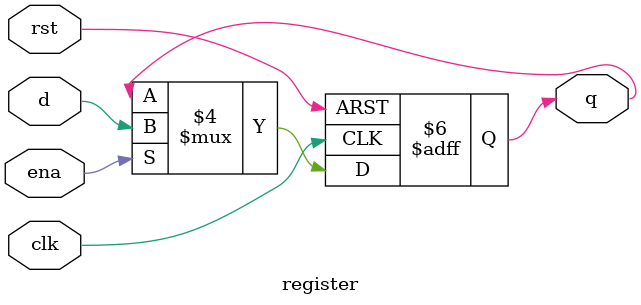
<source format=v>
module register
#(
	parameter SIZE = 1
)
(
	input clk,
	input rst,
	input ena,
	input [SIZE-1:0] d,
	output reg [SIZE-1:0] q
);

	always@(posedge clk or negedge rst)
	begin
		if (~rst)
			q <= {SIZE{1'b0}};
		else if (ena)
			q <= d;
		else
			q <= q;
	end
endmodule

</source>
